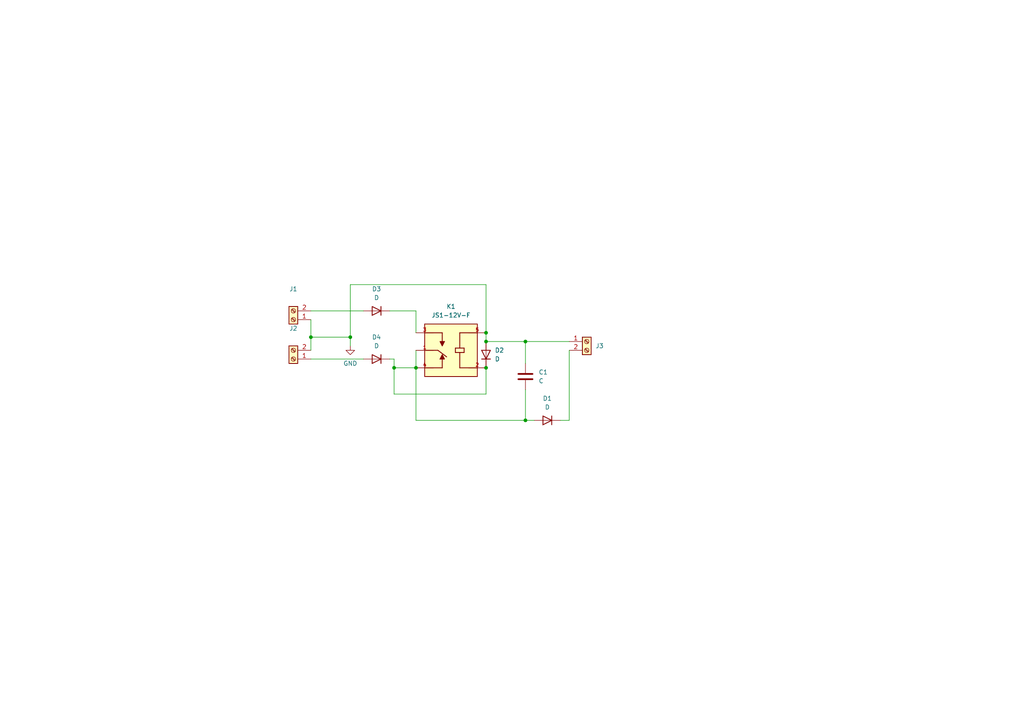
<source format=kicad_sch>
(kicad_sch (version 20230121) (generator eeschema)

  (uuid e9d732fe-0336-40a0-923d-26862bce6b33)

  (paper "A4")

  (lib_symbols
    (symbol "Connector:Screw_Terminal_01x02" (pin_names (offset 1.016) hide) (in_bom yes) (on_board yes)
      (property "Reference" "J" (at 0 2.54 0)
        (effects (font (size 1.27 1.27)))
      )
      (property "Value" "Screw_Terminal_01x02" (at 0 -5.08 0)
        (effects (font (size 1.27 1.27)))
      )
      (property "Footprint" "" (at 0 0 0)
        (effects (font (size 1.27 1.27)) hide)
      )
      (property "Datasheet" "~" (at 0 0 0)
        (effects (font (size 1.27 1.27)) hide)
      )
      (property "ki_keywords" "screw terminal" (at 0 0 0)
        (effects (font (size 1.27 1.27)) hide)
      )
      (property "ki_description" "Generic screw terminal, single row, 01x02, script generated (kicad-library-utils/schlib/autogen/connector/)" (at 0 0 0)
        (effects (font (size 1.27 1.27)) hide)
      )
      (property "ki_fp_filters" "TerminalBlock*:*" (at 0 0 0)
        (effects (font (size 1.27 1.27)) hide)
      )
      (symbol "Screw_Terminal_01x02_1_1"
        (rectangle (start -1.27 1.27) (end 1.27 -3.81)
          (stroke (width 0.254) (type default))
          (fill (type background))
        )
        (circle (center 0 -2.54) (radius 0.635)
          (stroke (width 0.1524) (type default))
          (fill (type none))
        )
        (polyline
          (pts
            (xy -0.5334 -2.2098)
            (xy 0.3302 -3.048)
          )
          (stroke (width 0.1524) (type default))
          (fill (type none))
        )
        (polyline
          (pts
            (xy -0.5334 0.3302)
            (xy 0.3302 -0.508)
          )
          (stroke (width 0.1524) (type default))
          (fill (type none))
        )
        (polyline
          (pts
            (xy -0.3556 -2.032)
            (xy 0.508 -2.8702)
          )
          (stroke (width 0.1524) (type default))
          (fill (type none))
        )
        (polyline
          (pts
            (xy -0.3556 0.508)
            (xy 0.508 -0.3302)
          )
          (stroke (width 0.1524) (type default))
          (fill (type none))
        )
        (circle (center 0 0) (radius 0.635)
          (stroke (width 0.1524) (type default))
          (fill (type none))
        )
        (pin passive line (at -5.08 0 0) (length 3.81)
          (name "Pin_1" (effects (font (size 1.27 1.27))))
          (number "1" (effects (font (size 1.27 1.27))))
        )
        (pin passive line (at -5.08 -2.54 0) (length 3.81)
          (name "Pin_2" (effects (font (size 1.27 1.27))))
          (number "2" (effects (font (size 1.27 1.27))))
        )
      )
    )
    (symbol "Device:C" (pin_numbers hide) (pin_names (offset 0.254)) (in_bom yes) (on_board yes)
      (property "Reference" "C" (at 0.635 2.54 0)
        (effects (font (size 1.27 1.27)) (justify left))
      )
      (property "Value" "C" (at 0.635 -2.54 0)
        (effects (font (size 1.27 1.27)) (justify left))
      )
      (property "Footprint" "" (at 0.9652 -3.81 0)
        (effects (font (size 1.27 1.27)) hide)
      )
      (property "Datasheet" "~" (at 0 0 0)
        (effects (font (size 1.27 1.27)) hide)
      )
      (property "ki_keywords" "cap capacitor" (at 0 0 0)
        (effects (font (size 1.27 1.27)) hide)
      )
      (property "ki_description" "Unpolarized capacitor" (at 0 0 0)
        (effects (font (size 1.27 1.27)) hide)
      )
      (property "ki_fp_filters" "C_*" (at 0 0 0)
        (effects (font (size 1.27 1.27)) hide)
      )
      (symbol "C_0_1"
        (polyline
          (pts
            (xy -2.032 -0.762)
            (xy 2.032 -0.762)
          )
          (stroke (width 0.508) (type default))
          (fill (type none))
        )
        (polyline
          (pts
            (xy -2.032 0.762)
            (xy 2.032 0.762)
          )
          (stroke (width 0.508) (type default))
          (fill (type none))
        )
      )
      (symbol "C_1_1"
        (pin passive line (at 0 3.81 270) (length 2.794)
          (name "~" (effects (font (size 1.27 1.27))))
          (number "1" (effects (font (size 1.27 1.27))))
        )
        (pin passive line (at 0 -3.81 90) (length 2.794)
          (name "~" (effects (font (size 1.27 1.27))))
          (number "2" (effects (font (size 1.27 1.27))))
        )
      )
    )
    (symbol "Device:D" (pin_numbers hide) (pin_names (offset 1.016) hide) (in_bom yes) (on_board yes)
      (property "Reference" "D" (at 0 2.54 0)
        (effects (font (size 1.27 1.27)))
      )
      (property "Value" "D" (at 0 -2.54 0)
        (effects (font (size 1.27 1.27)))
      )
      (property "Footprint" "" (at 0 0 0)
        (effects (font (size 1.27 1.27)) hide)
      )
      (property "Datasheet" "~" (at 0 0 0)
        (effects (font (size 1.27 1.27)) hide)
      )
      (property "Sim.Device" "D" (at 0 0 0)
        (effects (font (size 1.27 1.27)) hide)
      )
      (property "Sim.Pins" "1=K 2=A" (at 0 0 0)
        (effects (font (size 1.27 1.27)) hide)
      )
      (property "ki_keywords" "diode" (at 0 0 0)
        (effects (font (size 1.27 1.27)) hide)
      )
      (property "ki_description" "Diode" (at 0 0 0)
        (effects (font (size 1.27 1.27)) hide)
      )
      (property "ki_fp_filters" "TO-???* *_Diode_* *SingleDiode* D_*" (at 0 0 0)
        (effects (font (size 1.27 1.27)) hide)
      )
      (symbol "D_0_1"
        (polyline
          (pts
            (xy -1.27 1.27)
            (xy -1.27 -1.27)
          )
          (stroke (width 0.254) (type default))
          (fill (type none))
        )
        (polyline
          (pts
            (xy 1.27 0)
            (xy -1.27 0)
          )
          (stroke (width 0) (type default))
          (fill (type none))
        )
        (polyline
          (pts
            (xy 1.27 1.27)
            (xy 1.27 -1.27)
            (xy -1.27 0)
            (xy 1.27 1.27)
          )
          (stroke (width 0.254) (type default))
          (fill (type none))
        )
      )
      (symbol "D_1_1"
        (pin passive line (at -3.81 0 0) (length 2.54)
          (name "K" (effects (font (size 1.27 1.27))))
          (number "1" (effects (font (size 1.27 1.27))))
        )
        (pin passive line (at 3.81 0 180) (length 2.54)
          (name "A" (effects (font (size 1.27 1.27))))
          (number "2" (effects (font (size 1.27 1.27))))
        )
      )
    )
    (symbol "power:GND" (power) (pin_names (offset 0)) (in_bom yes) (on_board yes)
      (property "Reference" "#PWR" (at 0 -6.35 0)
        (effects (font (size 1.27 1.27)) hide)
      )
      (property "Value" "GND" (at 0 -3.81 0)
        (effects (font (size 1.27 1.27)))
      )
      (property "Footprint" "" (at 0 0 0)
        (effects (font (size 1.27 1.27)) hide)
      )
      (property "Datasheet" "" (at 0 0 0)
        (effects (font (size 1.27 1.27)) hide)
      )
      (property "ki_keywords" "global power" (at 0 0 0)
        (effects (font (size 1.27 1.27)) hide)
      )
      (property "ki_description" "Power symbol creates a global label with name \"GND\" , ground" (at 0 0 0)
        (effects (font (size 1.27 1.27)) hide)
      )
      (symbol "GND_0_1"
        (polyline
          (pts
            (xy 0 0)
            (xy 0 -1.27)
            (xy 1.27 -1.27)
            (xy 0 -2.54)
            (xy -1.27 -1.27)
            (xy 0 -1.27)
          )
          (stroke (width 0) (type default))
          (fill (type none))
        )
      )
      (symbol "GND_1_1"
        (pin power_in line (at 0 0 270) (length 0) hide
          (name "GND" (effects (font (size 1.27 1.27))))
          (number "1" (effects (font (size 1.27 1.27))))
        )
      )
    )
    (symbol "relay 12v:JS1-12V-F" (pin_names (offset 1.016)) (in_bom yes) (on_board yes)
      (property "Reference" "K" (at -7.62 8.89 0)
        (effects (font (size 1.27 1.27)) (justify left bottom))
      )
      (property "Value" "JS1-12V-F" (at -7.62 -10.16 0)
        (effects (font (size 1.27 1.27)) (justify left bottom))
      )
      (property "Footprint" "JS1-12V-F:RELAY_JS1-12V-F" (at 0 0 0)
        (effects (font (size 1.27 1.27)) (justify bottom) hide)
      )
      (property "Datasheet" "" (at 0 0 0)
        (effects (font (size 1.27 1.27)) hide)
      )
      (property "MF" "Panasonic" (at 0 0 0)
        (effects (font (size 1.27 1.27)) (justify bottom) hide)
      )
      (property "MAXIMUM_PACKAGE_HEIGHT" "16.70mm" (at 0 0 0)
        (effects (font (size 1.27 1.27)) (justify bottom) hide)
      )
      (property "Package" "None" (at 0 0 0)
        (effects (font (size 1.27 1.27)) (justify bottom) hide)
      )
      (property "Price" "None" (at 0 0 0)
        (effects (font (size 1.27 1.27)) (justify bottom) hide)
      )
      (property "Check_prices" "https://www.snapeda.com/parts/JS1-12V-F/Panasonic+Electric+Works/view-part/?ref=eda" (at 0 0 0)
        (effects (font (size 1.27 1.27)) (justify bottom) hide)
      )
      (property "STANDARD" "Manufacturer Recommendations" (at 0 0 0)
        (effects (font (size 1.27 1.27)) (justify bottom) hide)
      )
      (property "PARTREV" "N/A" (at 0 0 0)
        (effects (font (size 1.27 1.27)) (justify bottom) hide)
      )
      (property "SnapEDA_Link" "https://www.snapeda.com/parts/JS1-12V-F/Panasonic+Electric+Works/view-part/?ref=snap" (at 0 0 0)
        (effects (font (size 1.27 1.27)) (justify bottom) hide)
      )
      (property "MP" "JS1-12V-F" (at 0 0 0)
        (effects (font (size 1.27 1.27)) (justify bottom) hide)
      )
      (property "Description" "\nRelay;E-Mech;Power;SPDT-NO/NC;Cur-Rtg 10A;Ctrl-V 12DC;Vol-Rtg 250/125AC;PCB Mnt | Panasonic Electronic Components JS1-12V-F\n" (at 0 0 0)
        (effects (font (size 1.27 1.27)) (justify bottom) hide)
      )
      (property "Availability" "In Stock" (at 0 0 0)
        (effects (font (size 1.27 1.27)) (justify bottom) hide)
      )
      (property "MANUFACTURER" "PANASONIC" (at 0 0 0)
        (effects (font (size 1.27 1.27)) (justify bottom) hide)
      )
      (symbol "JS1-12V-F_0_0"
        (rectangle (start -7.62 -7.62) (end 7.62 7.62)
          (stroke (width 0.254) (type default))
          (fill (type background))
        )
        (polyline
          (pts
            (xy -7.62 -5.08)
            (xy -2.54 -5.08)
          )
          (stroke (width 0.254) (type default))
          (fill (type none))
        )
        (polyline
          (pts
            (xy -7.62 5.08)
            (xy -2.54 5.08)
          )
          (stroke (width 0.254) (type default))
          (fill (type none))
        )
        (polyline
          (pts
            (xy -3.81 -0.635)
            (xy -3.81 0.635)
          )
          (stroke (width 0.254) (type default))
          (fill (type none))
        )
        (polyline
          (pts
            (xy -3.81 0.635)
            (xy -2.54 0.635)
          )
          (stroke (width 0.254) (type default))
          (fill (type none))
        )
        (polyline
          (pts
            (xy -2.54 -0.635)
            (xy -3.81 -0.635)
          )
          (stroke (width 0.254) (type default))
          (fill (type none))
        )
        (polyline
          (pts
            (xy -2.54 -0.635)
            (xy -2.54 -5.08)
          )
          (stroke (width 0.254) (type default))
          (fill (type none))
        )
        (polyline
          (pts
            (xy -2.54 0.635)
            (xy -1.27 0.635)
          )
          (stroke (width 0.254) (type default))
          (fill (type none))
        )
        (polyline
          (pts
            (xy -2.54 5.08)
            (xy -2.54 0.635)
          )
          (stroke (width 0.254) (type default))
          (fill (type none))
        )
        (polyline
          (pts
            (xy -1.27 -0.635)
            (xy -2.54 -0.635)
          )
          (stroke (width 0.254) (type default))
          (fill (type none))
        )
        (polyline
          (pts
            (xy -1.27 0.635)
            (xy -1.27 -0.635)
          )
          (stroke (width 0.254) (type default))
          (fill (type none))
        )
        (polyline
          (pts
            (xy 2.54 -5.08)
            (xy 2.54 -2.54)
          )
          (stroke (width 0.254) (type default))
          (fill (type none))
        )
        (polyline
          (pts
            (xy 2.54 5.08)
            (xy 2.54 2.54)
          )
          (stroke (width 0.254) (type default))
          (fill (type none))
        )
        (polyline
          (pts
            (xy 2.54 5.08)
            (xy 7.62 5.08)
          )
          (stroke (width 0.254) (type default))
          (fill (type none))
        )
        (polyline
          (pts
            (xy 3.81 0)
            (xy 1.27 1.905)
          )
          (stroke (width 0.254) (type default))
          (fill (type none))
        )
        (polyline
          (pts
            (xy 7.62 -5.08)
            (xy 2.54 -5.08)
          )
          (stroke (width 0.254) (type default))
          (fill (type none))
        )
        (polyline
          (pts
            (xy 7.62 0)
            (xy 3.81 0)
          )
          (stroke (width 0.254) (type default))
          (fill (type none))
        )
        (polyline
          (pts
            (xy 1.905 -2.54)
            (xy 3.175 -2.54)
            (xy 2.54 -1.27)
            (xy 1.905 -2.54)
          )
          (stroke (width 0.254) (type default))
          (fill (type outline))
        )
        (polyline
          (pts
            (xy 3.175 2.54)
            (xy 1.905 2.54)
            (xy 2.54 1.27)
            (xy 3.175 2.54)
          )
          (stroke (width 0.254) (type default))
          (fill (type outline))
        )
        (pin passive line (at 10.16 0 180) (length 5.08)
          (name "~" (effects (font (size 1.016 1.016))))
          (number "1" (effects (font (size 1.016 1.016))))
        )
        (pin passive line (at -10.16 5.08 0) (length 5.08)
          (name "~" (effects (font (size 1.016 1.016))))
          (number "2" (effects (font (size 1.016 1.016))))
        )
        (pin passive line (at 10.16 -5.08 180) (length 5.08)
          (name "~" (effects (font (size 1.016 1.016))))
          (number "3" (effects (font (size 1.016 1.016))))
        )
        (pin passive line (at 10.16 5.08 180) (length 5.08)
          (name "~" (effects (font (size 1.016 1.016))))
          (number "4" (effects (font (size 1.016 1.016))))
        )
        (pin passive line (at -10.16 -5.08 0) (length 5.08)
          (name "~" (effects (font (size 1.016 1.016))))
          (number "5" (effects (font (size 1.016 1.016))))
        )
      )
    )
  )

  (junction (at 140.97 96.52) (diameter 0) (color 0 0 0 0)
    (uuid 01a14fa8-f8ba-4dc9-8176-f85938845ce3)
  )
  (junction (at 90.17 97.79) (diameter 0) (color 0 0 0 0)
    (uuid 5ae0a27d-f7ae-41d0-8f60-9e5c1de2c0e5)
  )
  (junction (at 140.97 106.68) (diameter 0) (color 0 0 0 0)
    (uuid 5ce7f37a-277b-4eac-aad4-b388d8442f7b)
  )
  (junction (at 140.97 99.06) (diameter 0) (color 0 0 0 0)
    (uuid 5d65fa86-fd33-439c-a0da-a47f2ee1012a)
  )
  (junction (at 152.4 121.92) (diameter 0) (color 0 0 0 0)
    (uuid 99333ced-56a9-42b8-9d94-237bd7784233)
  )
  (junction (at 101.6 97.79) (diameter 0) (color 0 0 0 0)
    (uuid b1031629-6eda-4d00-bc70-274d576675a5)
  )
  (junction (at 120.65 106.68) (diameter 0) (color 0 0 0 0)
    (uuid bce29be3-9a3b-49ff-9e23-3f1f4110da34)
  )
  (junction (at 152.4 99.06) (diameter 0) (color 0 0 0 0)
    (uuid cf7deaeb-3c46-4233-b0c5-e6ab09f8245b)
  )
  (junction (at 114.3 106.68) (diameter 0) (color 0 0 0 0)
    (uuid eb382d69-6e37-4a20-b051-081eb8c1c925)
  )

  (wire (pts (xy 162.56 121.92) (xy 165.1 121.92))
    (stroke (width 0) (type default))
    (uuid 1eb422f4-8cbd-4047-b8ca-7376845a5523)
  )
  (wire (pts (xy 113.03 104.14) (xy 114.3 104.14))
    (stroke (width 0) (type default))
    (uuid 1f572e4f-0e03-427f-ac72-9284a0eaf68d)
  )
  (wire (pts (xy 114.3 106.68) (xy 114.3 114.3))
    (stroke (width 0) (type default))
    (uuid 1fad19b7-1956-4ec0-856f-d74071b1e44e)
  )
  (wire (pts (xy 152.4 113.03) (xy 152.4 121.92))
    (stroke (width 0) (type default))
    (uuid 2c8c0900-d2ec-4389-9c4c-66b353278272)
  )
  (wire (pts (xy 165.1 121.92) (xy 165.1 101.6))
    (stroke (width 0) (type default))
    (uuid 5288908e-be01-4c57-bde0-dcb1a7e4a3bf)
  )
  (wire (pts (xy 120.65 90.17) (xy 120.65 96.52))
    (stroke (width 0) (type default))
    (uuid 53fa5812-90f7-40c2-a2dd-f6e9fa58fb9e)
  )
  (wire (pts (xy 114.3 104.14) (xy 114.3 106.68))
    (stroke (width 0) (type default))
    (uuid 570ceaf0-7de9-4653-a9ef-e6d2c025c88d)
  )
  (wire (pts (xy 120.65 106.68) (xy 120.65 121.92))
    (stroke (width 0) (type default))
    (uuid 577da8bd-6c40-483b-bcf1-9bce0cd6119f)
  )
  (wire (pts (xy 140.97 106.68) (xy 140.97 114.3))
    (stroke (width 0) (type default))
    (uuid 7315eb5f-9048-4e88-a6b6-b26f67de4958)
  )
  (wire (pts (xy 101.6 82.55) (xy 101.6 97.79))
    (stroke (width 0) (type default))
    (uuid 84adca24-ea78-4a4e-9a08-e18ee7b2dd8f)
  )
  (wire (pts (xy 90.17 104.14) (xy 105.41 104.14))
    (stroke (width 0) (type default))
    (uuid 84b35b2e-cc2d-4474-b703-8ea72f112730)
  )
  (wire (pts (xy 90.17 92.71) (xy 90.17 97.79))
    (stroke (width 0) (type default))
    (uuid 91dc11f0-d9b8-4788-8bb3-5319db0508a0)
  )
  (wire (pts (xy 90.17 97.79) (xy 90.17 101.6))
    (stroke (width 0) (type default))
    (uuid 95a499e8-cfe6-414a-8e51-09aa741f1d5f)
  )
  (wire (pts (xy 152.4 99.06) (xy 140.97 99.06))
    (stroke (width 0) (type default))
    (uuid aca8009a-3418-4558-80ef-0302e7e00790)
  )
  (wire (pts (xy 113.03 90.17) (xy 120.65 90.17))
    (stroke (width 0) (type default))
    (uuid aff0535e-7e83-4d5c-87e8-9399864a1ece)
  )
  (wire (pts (xy 114.3 106.68) (xy 120.65 106.68))
    (stroke (width 0) (type default))
    (uuid b1274bb9-2c6e-4662-afb7-7ade06c3b08f)
  )
  (wire (pts (xy 90.17 90.17) (xy 105.41 90.17))
    (stroke (width 0) (type default))
    (uuid b7ec1283-20e1-4edb-bf0c-9c47d31acc18)
  )
  (wire (pts (xy 140.97 99.06) (xy 140.97 96.52))
    (stroke (width 0) (type default))
    (uuid ba30d97a-014f-47f8-9c15-1bae81285ffa)
  )
  (wire (pts (xy 120.65 121.92) (xy 152.4 121.92))
    (stroke (width 0) (type default))
    (uuid bc0560c7-7413-470a-94de-0040125f14e1)
  )
  (wire (pts (xy 152.4 121.92) (xy 154.94 121.92))
    (stroke (width 0) (type default))
    (uuid c6926d32-2f07-4fba-be2a-e5c3f0a64c5a)
  )
  (wire (pts (xy 120.65 101.6) (xy 120.65 106.68))
    (stroke (width 0) (type default))
    (uuid c6f8dc49-6065-4b92-8f67-5977278fdfaa)
  )
  (wire (pts (xy 101.6 97.79) (xy 90.17 97.79))
    (stroke (width 0) (type default))
    (uuid c95ebdc5-ac3f-4324-84f1-dccb6e56f281)
  )
  (wire (pts (xy 152.4 99.06) (xy 152.4 105.41))
    (stroke (width 0) (type default))
    (uuid dd438487-26d2-4418-8b44-1f964403016b)
  )
  (wire (pts (xy 165.1 99.06) (xy 152.4 99.06))
    (stroke (width 0) (type default))
    (uuid e09c231f-a883-4a0a-b907-4123c5a3f8d9)
  )
  (wire (pts (xy 140.97 82.55) (xy 101.6 82.55))
    (stroke (width 0) (type default))
    (uuid e662203a-23c0-418b-ad5c-7ad83d634cc2)
  )
  (wire (pts (xy 101.6 97.79) (xy 101.6 100.33))
    (stroke (width 0) (type default))
    (uuid f3ea8c16-65a6-4fda-9e50-dc92834ac67b)
  )
  (wire (pts (xy 140.97 96.52) (xy 140.97 82.55))
    (stroke (width 0) (type default))
    (uuid f4931248-2d19-43eb-bd8a-920b2d7ee326)
  )
  (wire (pts (xy 140.97 114.3) (xy 114.3 114.3))
    (stroke (width 0) (type default))
    (uuid fc9e3fbf-38cc-4861-9ffc-36f5361d687c)
  )

  (symbol (lib_id "Device:D") (at 140.97 102.87 90) (unit 1)
    (in_bom yes) (on_board yes) (dnp no) (fields_autoplaced)
    (uuid 3210ddd7-4a2b-4d1a-a183-4a0691334e89)
    (property "Reference" "D2" (at 143.51 101.6 90)
      (effects (font (size 1.27 1.27)) (justify right))
    )
    (property "Value" "D" (at 143.51 104.14 90)
      (effects (font (size 1.27 1.27)) (justify right))
    )
    (property "Footprint" "Diode_THT:D_A-405_P10.16mm_Horizontal" (at 140.97 102.87 0)
      (effects (font (size 1.27 1.27)) hide)
    )
    (property "Datasheet" "~" (at 140.97 102.87 0)
      (effects (font (size 1.27 1.27)) hide)
    )
    (property "Sim.Device" "D" (at 140.97 102.87 0)
      (effects (font (size 1.27 1.27)) hide)
    )
    (property "Sim.Pins" "1=K 2=A" (at 140.97 102.87 0)
      (effects (font (size 1.27 1.27)) hide)
    )
    (pin "1" (uuid 26b90137-4760-455c-b57a-c2411a1a6a39))
    (pin "2" (uuid a41c1ccc-677b-4bdd-8fc6-0de4f21a867a))
    (instances
      (project "ups"
        (path "/e9d732fe-0336-40a0-923d-26862bce6b33"
          (reference "D2") (unit 1)
        )
      )
    )
  )

  (symbol (lib_id "Device:D") (at 158.75 121.92 180) (unit 1)
    (in_bom yes) (on_board yes) (dnp no) (fields_autoplaced)
    (uuid 3e934014-7e10-4cb3-a71a-46077cbba9c2)
    (property "Reference" "D1" (at 158.75 115.57 0)
      (effects (font (size 1.27 1.27)))
    )
    (property "Value" "D" (at 158.75 118.11 0)
      (effects (font (size 1.27 1.27)))
    )
    (property "Footprint" "Diode_THT:D_A-405_P10.16mm_Horizontal" (at 158.75 121.92 0)
      (effects (font (size 1.27 1.27)) hide)
    )
    (property "Datasheet" "~" (at 158.75 121.92 0)
      (effects (font (size 1.27 1.27)) hide)
    )
    (property "Sim.Device" "D" (at 158.75 121.92 0)
      (effects (font (size 1.27 1.27)) hide)
    )
    (property "Sim.Pins" "1=K 2=A" (at 158.75 121.92 0)
      (effects (font (size 1.27 1.27)) hide)
    )
    (pin "1" (uuid fae52d1f-a495-46b8-be98-e845ebb097f7))
    (pin "2" (uuid 28251bbb-259f-449c-8327-09f5838f1cf2))
    (instances
      (project "ups"
        (path "/e9d732fe-0336-40a0-923d-26862bce6b33"
          (reference "D1") (unit 1)
        )
      )
    )
  )

  (symbol (lib_id "Device:D") (at 109.22 90.17 180) (unit 1)
    (in_bom yes) (on_board yes) (dnp no) (fields_autoplaced)
    (uuid 568b042d-6966-46bc-b83f-322232cfc419)
    (property "Reference" "D3" (at 109.22 83.82 0)
      (effects (font (size 1.27 1.27)))
    )
    (property "Value" "D" (at 109.22 86.36 0)
      (effects (font (size 1.27 1.27)))
    )
    (property "Footprint" "Diode_THT:D_A-405_P10.16mm_Horizontal" (at 109.22 90.17 0)
      (effects (font (size 1.27 1.27)) hide)
    )
    (property "Datasheet" "~" (at 109.22 90.17 0)
      (effects (font (size 1.27 1.27)) hide)
    )
    (property "Sim.Device" "D" (at 109.22 90.17 0)
      (effects (font (size 1.27 1.27)) hide)
    )
    (property "Sim.Pins" "1=K 2=A" (at 109.22 90.17 0)
      (effects (font (size 1.27 1.27)) hide)
    )
    (pin "1" (uuid e23bc5f1-2e51-47e8-a606-fa357b630a16))
    (pin "2" (uuid fd394406-e660-4763-bd7a-bbaf7a1821b4))
    (instances
      (project "ups"
        (path "/e9d732fe-0336-40a0-923d-26862bce6b33"
          (reference "D3") (unit 1)
        )
      )
    )
  )

  (symbol (lib_id "Connector:Screw_Terminal_01x02") (at 85.09 92.71 180) (unit 1)
    (in_bom yes) (on_board yes) (dnp no) (fields_autoplaced)
    (uuid 6e1b5bac-11e8-4196-9361-6a6a7bb813b7)
    (property "Reference" "J1" (at 85.09 83.82 0)
      (effects (font (size 1.27 1.27)))
    )
    (property "Value" "Screw_Terminal_01x02" (at 85.09 86.36 0)
      (effects (font (size 1.27 1.27)) hide)
    )
    (property "Footprint" "TerminalBlock_Phoenix:TerminalBlock_Phoenix_MKDS-1,5-2_1x02_P5.00mm_Horizontal" (at 85.09 92.71 0)
      (effects (font (size 1.27 1.27)) hide)
    )
    (property "Datasheet" "~" (at 85.09 92.71 0)
      (effects (font (size 1.27 1.27)) hide)
    )
    (pin "1" (uuid 2a020f4f-7ffa-4686-9701-5bb72c7cb006))
    (pin "2" (uuid 822f18a2-3076-41f9-9577-bec3bccd1c82))
    (instances
      (project "ups"
        (path "/e9d732fe-0336-40a0-923d-26862bce6b33"
          (reference "J1") (unit 1)
        )
      )
    )
  )

  (symbol (lib_id "relay 12v:JS1-12V-F") (at 130.81 101.6 180) (unit 1)
    (in_bom yes) (on_board yes) (dnp no) (fields_autoplaced)
    (uuid 7aa0d477-673e-4c28-8224-4cd27b08e512)
    (property "Reference" "K1" (at 130.81 88.9 0)
      (effects (font (size 1.27 1.27)))
    )
    (property "Value" "JS1-12V-F" (at 130.81 91.44 0)
      (effects (font (size 1.27 1.27)))
    )
    (property "Footprint" "JS1-12V-F:RELAY_JS1-12V-F" (at 130.81 101.6 0)
      (effects (font (size 1.27 1.27)) (justify bottom) hide)
    )
    (property "Datasheet" "" (at 130.81 101.6 0)
      (effects (font (size 1.27 1.27)) hide)
    )
    (property "MF" "Panasonic" (at 130.81 101.6 0)
      (effects (font (size 1.27 1.27)) (justify bottom) hide)
    )
    (property "MAXIMUM_PACKAGE_HEIGHT" "16.70mm" (at 130.81 101.6 0)
      (effects (font (size 1.27 1.27)) (justify bottom) hide)
    )
    (property "Package" "None" (at 130.81 101.6 0)
      (effects (font (size 1.27 1.27)) (justify bottom) hide)
    )
    (property "Price" "None" (at 130.81 101.6 0)
      (effects (font (size 1.27 1.27)) (justify bottom) hide)
    )
    (property "Check_prices" "https://www.snapeda.com/parts/JS1-12V-F/Panasonic+Electric+Works/view-part/?ref=eda" (at 130.81 101.6 0)
      (effects (font (size 1.27 1.27)) (justify bottom) hide)
    )
    (property "STANDARD" "Manufacturer Recommendations" (at 130.81 101.6 0)
      (effects (font (size 1.27 1.27)) (justify bottom) hide)
    )
    (property "PARTREV" "N/A" (at 130.81 101.6 0)
      (effects (font (size 1.27 1.27)) (justify bottom) hide)
    )
    (property "SnapEDA_Link" "https://www.snapeda.com/parts/JS1-12V-F/Panasonic+Electric+Works/view-part/?ref=snap" (at 130.81 101.6 0)
      (effects (font (size 1.27 1.27)) (justify bottom) hide)
    )
    (property "MP" "JS1-12V-F" (at 130.81 101.6 0)
      (effects (font (size 1.27 1.27)) (justify bottom) hide)
    )
    (property "Description" "\nRelay;E-Mech;Power;SPDT-NO/NC;Cur-Rtg 10A;Ctrl-V 12DC;Vol-Rtg 250/125AC;PCB Mnt | Panasonic Electronic Components JS1-12V-F\n" (at 130.81 101.6 0)
      (effects (font (size 1.27 1.27)) (justify bottom) hide)
    )
    (property "Availability" "In Stock" (at 130.81 101.6 0)
      (effects (font (size 1.27 1.27)) (justify bottom) hide)
    )
    (property "MANUFACTURER" "PANASONIC" (at 130.81 101.6 0)
      (effects (font (size 1.27 1.27)) (justify bottom) hide)
    )
    (pin "1" (uuid d1086570-76c2-4e42-8be6-f7c194be677b))
    (pin "2" (uuid bfa3dcc3-532b-4777-a292-5c02e769019b))
    (pin "3" (uuid 6f7c8cc7-f0de-4bb3-a3ca-324a46c20514))
    (pin "4" (uuid 94a916d8-c04b-4fde-9dd8-77713ba39482))
    (pin "5" (uuid 50a4913e-7e41-4c1e-95d6-c9fd15294abf))
    (instances
      (project "ups"
        (path "/e9d732fe-0336-40a0-923d-26862bce6b33"
          (reference "K1") (unit 1)
        )
      )
    )
  )

  (symbol (lib_id "Device:C") (at 152.4 109.22 0) (unit 1)
    (in_bom yes) (on_board yes) (dnp no) (fields_autoplaced)
    (uuid 8bad6c9d-a915-4948-a891-2563eb5f7660)
    (property "Reference" "C1" (at 156.21 107.95 0)
      (effects (font (size 1.27 1.27)) (justify left))
    )
    (property "Value" "C" (at 156.21 110.49 0)
      (effects (font (size 1.27 1.27)) (justify left))
    )
    (property "Footprint" "Capacitor_THT:CP_Radial_D10.0mm_P5.00mm" (at 153.3652 113.03 0)
      (effects (font (size 1.27 1.27)) hide)
    )
    (property "Datasheet" "~" (at 152.4 109.22 0)
      (effects (font (size 1.27 1.27)) hide)
    )
    (pin "1" (uuid c322ef71-e3d5-4a43-9149-0dceea77bb16))
    (pin "2" (uuid 789a3d10-c7fe-4fe8-acda-38d2bb43ba50))
    (instances
      (project "ups"
        (path "/e9d732fe-0336-40a0-923d-26862bce6b33"
          (reference "C1") (unit 1)
        )
      )
    )
  )

  (symbol (lib_id "Connector:Screw_Terminal_01x02") (at 170.18 99.06 0) (unit 1)
    (in_bom yes) (on_board yes) (dnp no) (fields_autoplaced)
    (uuid ac4a53ad-fba3-49ba-bb5d-fb9bafd26bfd)
    (property "Reference" "J3" (at 172.72 100.33 0)
      (effects (font (size 1.27 1.27)) (justify left))
    )
    (property "Value" "Screw_Terminal_01x02" (at 170.18 105.41 0)
      (effects (font (size 1.27 1.27)) hide)
    )
    (property "Footprint" "TerminalBlock_Phoenix:TerminalBlock_Phoenix_MKDS-1,5-2_1x02_P5.00mm_Horizontal" (at 170.18 99.06 0)
      (effects (font (size 1.27 1.27)) hide)
    )
    (property "Datasheet" "~" (at 170.18 99.06 0)
      (effects (font (size 1.27 1.27)) hide)
    )
    (pin "1" (uuid 9936737a-dd2c-4c24-8079-91db7a62a365))
    (pin "2" (uuid 8426b9d9-a552-4b45-908f-c50cb6ccd0f0))
    (instances
      (project "ups"
        (path "/e9d732fe-0336-40a0-923d-26862bce6b33"
          (reference "J3") (unit 1)
        )
      )
    )
  )

  (symbol (lib_id "Device:D") (at 109.22 104.14 180) (unit 1)
    (in_bom yes) (on_board yes) (dnp no) (fields_autoplaced)
    (uuid ba569490-74ae-4049-ae22-045846d76b71)
    (property "Reference" "D4" (at 109.22 97.79 0)
      (effects (font (size 1.27 1.27)))
    )
    (property "Value" "D" (at 109.22 100.33 0)
      (effects (font (size 1.27 1.27)))
    )
    (property "Footprint" "Diode_THT:D_A-405_P10.16mm_Horizontal" (at 109.22 104.14 0)
      (effects (font (size 1.27 1.27)) hide)
    )
    (property "Datasheet" "~" (at 109.22 104.14 0)
      (effects (font (size 1.27 1.27)) hide)
    )
    (property "Sim.Device" "D" (at 109.22 104.14 0)
      (effects (font (size 1.27 1.27)) hide)
    )
    (property "Sim.Pins" "1=K 2=A" (at 109.22 104.14 0)
      (effects (font (size 1.27 1.27)) hide)
    )
    (pin "1" (uuid 601c684a-7eb0-4478-887b-e61e407d7bf6))
    (pin "2" (uuid 1b3bcf8f-ae62-4d82-a530-ef5969dcd32e))
    (instances
      (project "ups"
        (path "/e9d732fe-0336-40a0-923d-26862bce6b33"
          (reference "D4") (unit 1)
        )
      )
    )
  )

  (symbol (lib_id "Connector:Screw_Terminal_01x02") (at 85.09 104.14 180) (unit 1)
    (in_bom yes) (on_board yes) (dnp no) (fields_autoplaced)
    (uuid e2348427-4064-4017-af5d-9e26b1d3bd78)
    (property "Reference" "J2" (at 85.09 95.25 0)
      (effects (font (size 1.27 1.27)))
    )
    (property "Value" "Screw_Terminal_01x02" (at 85.09 97.79 0)
      (effects (font (size 1.27 1.27)) hide)
    )
    (property "Footprint" "TerminalBlock_Phoenix:TerminalBlock_Phoenix_MKDS-1,5-2_1x02_P5.00mm_Horizontal" (at 85.09 104.14 0)
      (effects (font (size 1.27 1.27)) hide)
    )
    (property "Datasheet" "~" (at 85.09 104.14 0)
      (effects (font (size 1.27 1.27)) hide)
    )
    (pin "1" (uuid 6447974e-f5b1-4f46-bfd7-e7d46793878b))
    (pin "2" (uuid 6b549de0-a91a-45c0-812b-126d42dffa87))
    (instances
      (project "ups"
        (path "/e9d732fe-0336-40a0-923d-26862bce6b33"
          (reference "J2") (unit 1)
        )
      )
    )
  )

  (symbol (lib_id "power:GND") (at 101.6 100.33 0) (unit 1)
    (in_bom yes) (on_board yes) (dnp no) (fields_autoplaced)
    (uuid eaf1bc38-317a-4a80-adb2-8c2a16c529b5)
    (property "Reference" "#PWR01" (at 101.6 106.68 0)
      (effects (font (size 1.27 1.27)) hide)
    )
    (property "Value" "GND" (at 101.6 105.41 0)
      (effects (font (size 1.27 1.27)))
    )
    (property "Footprint" "" (at 101.6 100.33 0)
      (effects (font (size 1.27 1.27)) hide)
    )
    (property "Datasheet" "" (at 101.6 100.33 0)
      (effects (font (size 1.27 1.27)) hide)
    )
    (pin "1" (uuid b5c6764d-2bd1-4ad2-b132-2a0ceb1a8fc6))
    (instances
      (project "ups"
        (path "/e9d732fe-0336-40a0-923d-26862bce6b33"
          (reference "#PWR01") (unit 1)
        )
      )
    )
  )

  (sheet_instances
    (path "/" (page "1"))
  )
)

</source>
